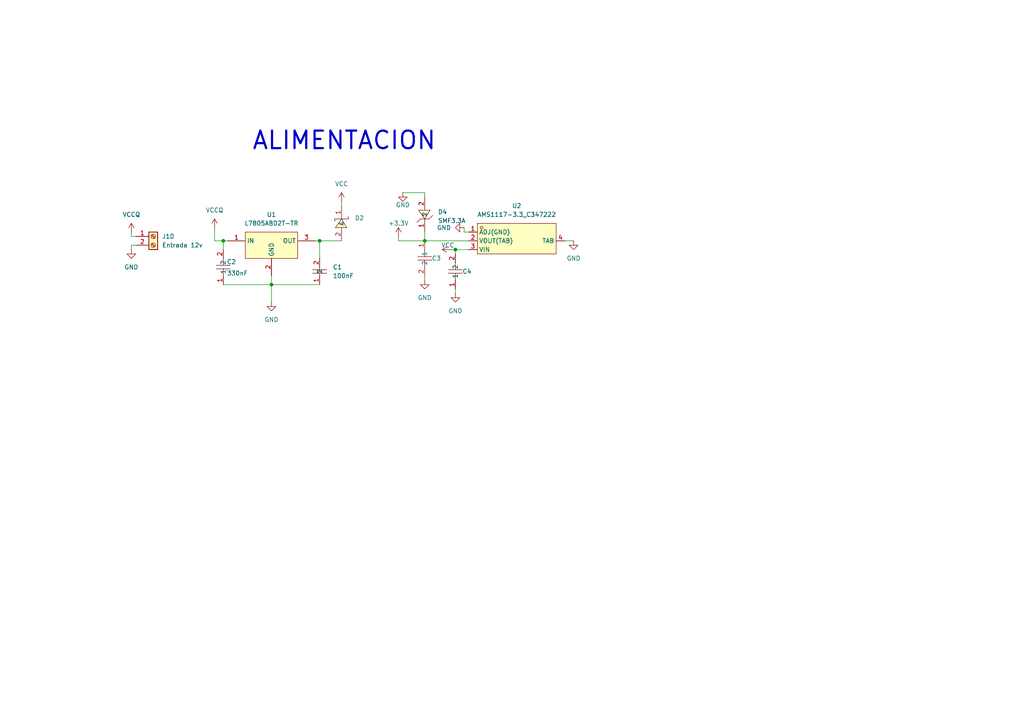
<source format=kicad_sch>
(kicad_sch (version 20250114) (generator "eeschema") (generator_version "9.0")
  (paper "A4")
  (lib_symbols
    (symbol "Connector:Screw_Terminal_01x02" (pin_names (offset 1.016) (hide yes))
      (property "Reference" "J" (at 0 2.54 0))
      (property "Value" "Screw_Terminal_01x02" (at 0 -5.08 0))
      (symbol "Screw_Terminal_01x02_1_1"
        (rectangle (start -1.27 1.27) (end 1.27 -3.81) (stroke (width 0.254)) (fill (type background)))
        (polyline (pts (xy -0.5334 0.3302) (xy 0.3302 -0.508)) (stroke (width 0.1524)))
        (polyline (pts (xy -0.5334 -2.2098) (xy 0.3302 -3.048)) (stroke (width 0.1524)))
        (polyline (pts (xy -0.3556 0.508) (xy 0.508 -0.3302)) (stroke (width 0.1524)))
        (polyline (pts (xy -0.3556 -2.032) (xy 0.508 -2.8702)) (stroke (width 0.1524)))
        (circle (center 0 0) (radius 0.635) (stroke (width 0.1524)))
        (circle (center 0 -2.54) (radius 0.635) (stroke (width 0.1524)))
        (pin passive line (at -5.08 0 0) (length 3.81) (name "Pin_1") (number "1"))
        (pin passive line (at -5.08 -2.54 0) (length 3.81) (name "Pin_2") (number "2"))
      )
    )
    (symbol "easyeda2kicad:12065C334KAT2A"
      (property "Reference" "C" (at 0 5.08 0))
      (property "Value" "12065C334KAT2A" (at 0 -5.08 0))
      (symbol "12065C334KAT2A_0_1"
        (polyline (pts (xy -0.51 0) (xy -2.54 0)))
        (polyline (pts (xy -0.51 -2.03) (xy -0.51 2.03)))
        (polyline (pts (xy 0.51 2.03) (xy 0.51 -2.03)))
        (polyline (pts (xy 2.54 0) (xy 0.51 0)))
        (pin unspecified line (at -5.08 0 0) (length 2.54) (name "1") (number "1"))
        (pin unspecified line (at 5.08 0 180) (length 2.54) (name "2") (number "2"))
      )
    )
    (symbol "easyeda2kicad:AMS1117-3.3_C347222"
      (property "Reference" "U" (at 0 7.62 0))
      (property "Value" "AMS1117-3.3_C347222" (at 0 -7.62 0))
      (symbol "AMS1117-3.3_C347222_0_1"
        (rectangle (start -12.7 5.08) (end 10.16 -3.81) (fill (type background)))
        (circle (center -11.43 3.81) (radius 0.38))
        (pin unspecified line (at -15.24 2.54 0) (length 2.54) (name "ADJ(GND)") (number "1"))
        (pin unspecified line (at -15.24 0 0) (length 2.54) (name "VOUT(TAB)") (number "2"))
        (pin unspecified line (at -15.24 -2.54 0) (length 2.54) (name "VIN") (number "3"))
        (pin unspecified line (at 12.7 0 180) (length 2.54) (name "TAB") (number "4"))
      )
    )
    (symbol "easyeda2kicad:CL31A106KBHNNNE"
      (property "Reference" "C" (at 0 5.08 0))
      (property "Value" "CL31A106KBHNNNE" (at 0 -5.08 0))
      (symbol "CL31A106KBHNNNE_0_1"
        (polyline (pts (xy -1.27 0) (xy -0.51 0)))
        (polyline (pts (xy -0.51 2.03) (xy -0.51 -2.03)))
        (polyline (pts (xy 0.51 2.03) (xy 0.51 -2.03)))
        (polyline (pts (xy 0.51 0) (xy 1.27 0)))
        (pin input line (at -3.81 0 0) (length 2.54) (name "1") (number "1"))
        (pin input line (at 3.81 0 180) (length 2.54) (name "2") (number "2"))
      )
    )
    (symbol "easyeda2kicad:CS3216X5R106K500NRI"
      (property "Reference" "C" (at 0 5.08 0))
      (property "Value" "CS3216X5R106K500NRI" (at 0 -5.08 0))
      (symbol "CS3216X5R106K500NRI_0_1"
        (polyline (pts (xy -0.51 0) (xy -2.54 0)))
        (polyline (pts (xy -0.51 -2.03) (xy -0.51 2.03)))
        (polyline (pts (xy 0.51 2.03) (xy 0.51 -2.03)))
        (polyline (pts (xy 2.54 0) (xy 0.51 0)))
        (pin unspecified line (at -5.08 0 0) (length 2.54) (name "1") (number "1"))
        (pin unspecified line (at 5.08 0 180) (length 2.54) (name "2") (number "2"))
      )
    )
    (symbol "easyeda2kicad:CS3216X5R226K160NRI"
      (property "Reference" "C" (at 0 5.08 0))
      (property "Value" "CS3216X5R226K160NRI" (at 0 -5.08 0))
      (symbol "CS3216X5R226K160NRI_0_1"
        (polyline (pts (xy -0.51 0) (xy -2.54 0)))
        (polyline (pts (xy -0.51 -2.03) (xy -0.51 2.03)))
        (polyline (pts (xy 0.51 2.03) (xy 0.51 -2.03)))
        (polyline (pts (xy 2.54 0) (xy 0.51 0)))
        (pin unspecified line (at -5.08 0 0) (length 2.54) (name "1") (number "1"))
        (pin unspecified line (at 5.08 0 180) (length 2.54) (name "2") (number "2"))
      )
    )
    (symbol "easyeda2kicad:L7805ABD2T-TR"
      (property "Reference" "U" (at 0 8.89 0))
      (property "Value" "L7805ABD2T-TR" (at 0 -11.43 0))
      (symbol "L7805ABD2T-TR_0_1"
        (rectangle (start -7.62 6.35) (end 7.62 -1.27) (fill (type background)))
        (pin power_in line (at -12.7 3.81 0) (length 5.08) (name "IN") (number "1"))
        (pin power_in line (at 0 -6.35 90) (length 5.08) (name "GND") (number "2"))
        (pin power_in line (at 12.7 3.81 180) (length 5.08) (name "OUT") (number "3"))
      )
    )
    (symbol "easyeda2kicad:SMF3.3A"
      (property "Reference" "D" (at 0 5.08 0))
      (property "Value" "SMF3.3A" (at 0 -5.08 0))
      (symbol "SMF3.3A_0_1"
        (polyline (pts (xy -2.29 2.29) (xy -1.27 1.27) (xy -1.27 -1.27) (xy -0.25 -2.29)))
        (polyline (pts (xy 1.27 -1.52) (xy -1.27 0) (xy 1.27 1.78) (xy 1.27 -1.52)) (fill (type background)))
        (pin unspecified line (at -5.08 0 0) (length 3.81) (name "1") (number "1"))
        (pin unspecified line (at 5.08 0 180) (length 3.81) (name "2") (number "2"))
      )
    )
    (symbol "easyeda2kicad:SS520_C466507"
      (property "Reference" "D" (at 0 5.08 0))
      (property "Value" "SS520_C466507" (at 0 -5.08 0))
      (symbol "SS520_C466507_0_1"
        (polyline (pts (xy -1.78 1.78) (xy -1.78 2.03) (xy -1.27 2.03) (xy -1.27 -2.03) (xy -0.76 -2.03) (xy -0.76 -1.78)))
        (polyline (pts (xy 1.27 1.52) (xy -1.27 0) (xy 1.27 -1.78) (xy 1.27 1.52)) (fill (type background)))
        (pin unspecified line (at -5.08 0 0) (length 3.81) (name "C") (number "1"))
        (pin unspecified line (at 5.08 0 180) (length 3.81) (name "A") (number "2"))
      )
    )
    (symbol "power:+3.3V" (power) (pin_numbers (hide yes)) (pin_names (offset 0) (hide yes))
      (property "Value" "+3.3V" (at 0 3.556 0))
      (symbol "+3.3V_0_1"
        (polyline (pts (xy -0.762 1.27) (xy 0 2.54)))
        (polyline (pts (xy 0 2.54) (xy 0.762 1.27)))
        (polyline (pts (xy 0 0) (xy 0 2.54)))
      )
      (symbol "+3.3V_1_1"
        (pin power_in line (at 0 0 90) (length 0) (name "~") (number "1"))
      )
    )
    (symbol "power:GND" (power) (pin_numbers (hide yes)) (pin_names (offset 0) (hide yes))
      (property "Value" "GND" (at 0 -3.81 0))
      (symbol "GND_0_1"
        (polyline (pts (xy 0 0) (xy 0 -1.27) (xy 1.27 -1.27) (xy 0 -2.54) (xy -1.27 -1.27) (xy 0 -1.27)))
      )
      (symbol "GND_1_1"
        (pin power_in line (at 0 0 270) (length 0) (name "~") (number "1"))
      )
    )
    (symbol "power:VCC" (power) (pin_numbers (hide yes)) (pin_names (offset 0) (hide yes))
      (property "Value" "VCC" (at 0 3.556 0))
      (symbol "VCC_0_1"
        (polyline (pts (xy -0.762 1.27) (xy 0 2.54)))
        (polyline (pts (xy 0 2.54) (xy 0.762 1.27)))
        (polyline (pts (xy 0 0) (xy 0 2.54)))
      )
      (symbol "VCC_1_1"
        (pin power_in line (at 0 0 90) (length 0) (name "~") (number "1"))
      )
    )
    (symbol "power:VCCQ" (power) (pin_numbers (hide yes)) (pin_names (offset 0) (hide yes))
      (property "Value" "VCCQ" (at 0 3.556 0))
      (symbol "VCCQ_0_1"
        (polyline (pts (xy -0.762 1.27) (xy 0 2.54)))
        (polyline (pts (xy 0 2.54) (xy 0.762 1.27)))
        (polyline (pts (xy 0 0) (xy 0 2.54)))
      )
      (symbol "VCCQ_1_1"
        (pin power_in line (at 0 0 90) (length 0) (name "~") (number "1"))
      )
    )
  )
  (text "ALIMENTACION\n" (at 99.822 40.894 0) (effects (font (size 5.08 5.08) (thickness 0.635))))
  (junction (at 92.71 69.85))
  (junction (at 123.19 69.85))
  (junction (at 78.74 82.55))
  (junction (at 132.08 72.39))
  (junction (at 64.77 69.85))
  (wire (pts (xy 132.08 72.39) (xy 132.08 73.66)))
  (wire (pts (xy 62.23 66.04) (xy 62.23 69.85)))
  (wire (pts (xy 38.1 68.58) (xy 38.1 67.31)))
  (wire (pts (xy 123.19 80.01) (xy 123.19 81.28)))
  (wire (pts (xy 78.74 80.01) (xy 78.74 82.55)))
  (wire (pts (xy 38.1 71.12) (xy 38.1 72.39)))
  (wire (pts (xy 115.57 68.58) (xy 115.57 69.85)))
  (wire (pts (xy 92.71 69.85) (xy 99.06 69.85)))
  (wire (pts (xy 39.37 68.58) (xy 38.1 68.58)))
  (wire (pts (xy 99.06 58.42) (xy 99.06 59.69)))
  (wire (pts (xy 78.74 82.55) (xy 92.71 82.55)))
  (wire (pts (xy 123.19 55.88) (xy 123.19 57.15)))
  (wire (pts (xy 132.08 72.39) (xy 135.89 72.39)))
  (wire (pts (xy 163.83 69.85) (xy 166.37 69.85)))
  (wire (pts (xy 92.71 69.85) (xy 92.71 74.93)))
  (wire (pts (xy 38.1 71.12) (xy 39.37 71.12)))
  (wire (pts (xy 91.44 69.85) (xy 92.71 69.85)))
  (wire (pts (xy 64.77 82.55) (xy 78.74 82.55)))
  (wire (pts (xy 130.81 72.39) (xy 132.08 72.39)))
  (wire (pts (xy 134.62 67.31) (xy 135.89 67.31)))
  (wire (pts (xy 115.57 69.85) (xy 123.19 69.85)))
  (wire (pts (xy 78.74 82.55) (xy 78.74 87.63)))
  (wire (pts (xy 123.19 55.88) (xy 116.84 55.88)))
  (wire (pts (xy 66.04 69.85) (xy 64.77 69.85)))
  (wire (pts (xy 64.77 69.85) (xy 64.77 72.39)))
  (wire (pts (xy 134.62 67.31) (xy 134.62 66.04)))
  (wire (pts (xy 64.77 69.85) (xy 62.23 69.85)))
  (wire (pts (xy 132.08 83.82) (xy 132.08 85.09)))
  (wire (pts (xy 123.19 69.85) (xy 135.89 69.85)))
  (wire (pts (xy 123.19 67.31) (xy 123.19 69.85)))
  (symbol (lib_id "easyeda2kicad:SS520_C466507") (at 99.06 64.77 270) (unit 1)
    (property "Reference" "D2" (at 102.8968 63.2449 90) (effects (justify left)))
    (property "Value" "SS520_C466507" (effects (hide yes)))
    (property "Footprint" "easyeda2kicad:SMA_L4.4-W2.8-LS5.4-RD" (effects (hide yes)))
    (property "Datasheet" "https://lcsc.com/product-detail/Schottky-Barrier-Diodes-SBD_High-Diode-SS520_C466507.html" (effects (hide yes)))
    (property "LCSC Part" "C466507" (effects (hide yes)))
  )
  (symbol (lib_id "easyeda2kicad:12065C334KAT2A") (at 64.77 77.47 90) (unit 1)
    (property "Reference" "C2" (at 65.786 75.946 90) (effects (justify right)))
    (property "Value" "330nF" (at 65.786 79.248 90) (effects (justify right)))
    (property "Footprint" "easyeda2kicad:C1206" (effects (hide yes)))
    (property "LCSC Part" "C192444" (effects (hide yes)))
  )
  (symbol (lib_id "easyeda2kicad:CL31A106KBHNNNE") (at 92.71 78.74 90) (unit 1)
    (property "Reference" "C1" (at 96.52 77.4699 90) (effects (justify right)))
    (property "Value" "100nF" (at 96.52 80.0099 90) (effects (justify right)))
    (property "Footprint" "easyeda2kicad:C1206" (effects (hide yes)))
    (property "Datasheet" "https://lcsc.com/product-detail/Multilayer-Ceramic-Capacitors-MLCC-SMD-SMT_SAMSUNG_CL31A106KBHNNNE_10uF-106-10-50V_C13585.html" (effects (hide yes)))
    (property "LCSC Part" "C13585" (effects (hide yes)))
  )
  (symbol (lib_id "power:VCCQ") (at 38.1 67.31 0) (unit 1)
    (property "Reference" "#PWR016" (effects (hide yes)))
    (property "Value" "VCCQ" (at 38.1 62.23 0))
    (property "Description" "Power symbol creates a global label with name \"VCCQ\"" (effects (hide yes)))
  )
  (symbol (lib_id "easyeda2kicad:AMS1117-3.3_C347222") (at 151.13 69.85 0) (unit 1)
    (property "Reference" "U2" (at 149.86 59.69 0))
    (property "Value" "AMS1117-3.3_C347222" (at 149.86 62.23 0))
    (property "Footprint" "easyeda2kicad:SOT-223-4_L6.5-W3.5-P2.30-LS7.0-BR" (effects (hide yes)))
    (property "Datasheet" "https://lcsc.com/product-detail/Others_Youtai-Semiconductor-Co-Ltd-AMS1117-3-3_C347222.html" (effects (hide yes)))
    (property "LCSC Part" "C347222" (effects (hide yes)))
  )
  (symbol (lib_id "power:VCC") (at 130.81 72.39 90) (unit 1)
    (property "Reference" "#PWR020" (effects (hide yes)))
    (property "Value" "VCC" (at 131.826 71.12 90) (effects (justify left)))
    (property "Description" "Power symbol creates a global label with name \"VCC\"" (effects (hide yes)))
  )
  (symbol (lib_id "easyeda2kicad:CS3216X5R226K160NRI") (at 123.19 74.93 270) (unit 1)
    (property "Reference" "C3" (at 125.222 74.93 90) (effects (justify left)))
    (property "Value" "CS3216X5R226K160NRI" (effects (hide yes)))
    (property "Footprint" "easyeda2kicad:C1206" (effects (hide yes)))
    (property "Datasheet" "https://lcsc.com/product-detail/Multilayer-Ceramic-Capacitors-MLCC-SMD-SMT_Samwha-Capacitor-CS3216X5R226K160NRI_C513771.html" (effects (hide yes)))
    (property "LCSC Part" "C513771" (effects (hide yes)))
  )
  (symbol (lib_id "easyeda2kicad:L7805ABD2T-TR") (at 78.74 73.66 0) (unit 1)
    (property "Reference" "U1" (at 78.74 62.23 0))
    (property "Value" "L7805ABD2T-TR" (at 78.74 64.77 0))
    (property "Footprint" "easyeda2kicad:TO-263-2_L10.0-W9.2-P5.08-LS15.3-TL-CW" (effects (hide yes)))
    (property "Datasheet" "https://lcsc.com/product-detail/Linear-Voltage-Regulators_STMicroelectronics_L7805ABD2T-TR_L7805ABD2T-TR_C86206.html" (effects (hide yes)))
    (property "LCSC Part" "C86206" (effects (hide yes)))
  )
  (symbol (lib_id "power:GND") (at 134.62 66.04 270) (unit 1)
    (property "Reference" "#PWR022" (effects (hide yes)))
    (property "Value" "GND" (at 130.81 66.0399 90) (effects (justify right)))
    (property "Description" "Power symbol creates a global label with name \"GND\" , ground" (effects (hide yes)))
  )
  (symbol (lib_id "power:GND") (at 38.1 72.39 0) (unit 1)
    (property "Reference" "#PWR015" (effects (hide yes)))
    (property "Value" "GND" (at 38.1 77.47 0))
    (property "Description" "Power symbol creates a global label with name \"GND\" , ground" (effects (hide yes)))
  )
  (symbol (lib_id "easyeda2kicad:SMF3.3A") (at 123.19 62.23 90) (unit 1)
    (property "Reference" "D4" (at 127 61.4699 90) (effects (justify right)))
    (property "Value" "SMF3.3A" (at 127 64.0099 90) (effects (justify right)))
    (property "Footprint" "easyeda2kicad:SOD-123_L2.8-W1.8-LS3.7-RD" (effects (hide yes)))
    (property "Datasheet" "https://lcsc.com/product-detail/TVS_DOWO-SMF3-3A_C283866.html" (effects (hide yes)))
    (property "LCSC Part" "C283866" (effects (hide yes)))
  )
  (symbol (lib_id "power:GND") (at 116.84 55.88 0) (unit 1)
    (property "Reference" "#PWR052" (effects (hide yes)))
    (property "Value" "GND" (at 116.84 59.436 0))
    (property "Description" "Power symbol creates a global label with name \"GND\" , ground" (effects (hide yes)))
  )
  (symbol (lib_id "Connector:Screw_Terminal_01x02") (at 44.45 68.58 0) (unit 1)
    (property "Reference" "J10" (at 46.99 68.5799 0) (effects (justify left)))
    (property "Value" "Entrada 12v" (at 46.99 71.1199 0) (effects (justify left)))
    (property "Footprint" "easyeda2kicad:CONN-TH_2P-P5.00_CPC3703CTR" (effects (hide yes)))
    (property "Description" "Generic screw terminal, single row, 01x02, script generated (kicad-library-utils/schlib/autogen/connector/)" (effects (hide yes)))
    (property "LCSC Part" "C3703" (effects (hide yes)))
  )
  (symbol (lib_id "power:VCC") (at 99.06 58.42 0) (unit 1)
    (property "Reference" "#PWR01" (effects (hide yes)))
    (property "Value" "VCC" (at 99.06 53.34 0))
    (property "Description" "Power symbol creates a global label with name \"VCC\"" (effects (hide yes)))
  )
  (symbol (lib_id "power:VCCQ") (at 62.23 66.04 0) (unit 1)
    (property "Reference" "#PWR02" (effects (hide yes)))
    (property "Value" "VCCQ" (at 62.23 60.96 0))
    (property "Description" "Power symbol creates a global label with name \"VCCQ\"" (effects (hide yes)))
  )
  (symbol (lib_id "power:GND") (at 132.08 85.09 0) (unit 1)
    (property "Reference" "#PWR041" (effects (hide yes)))
    (property "Value" "GND" (at 132.08 90.17 0))
    (property "Description" "Power symbol creates a global label with name \"GND\" , ground" (effects (hide yes)))
  )
  (symbol (lib_id "power:GND") (at 123.19 81.28 0) (unit 1)
    (property "Reference" "#PWR040" (effects (hide yes)))
    (property "Value" "GND" (at 123.19 86.36 0))
    (property "Description" "Power symbol creates a global label with name \"GND\" , ground" (effects (hide yes)))
  )
  (symbol (lib_id "power:+3.3V") (at 115.57 68.58 0) (unit 1)
    (property "Reference" "#PWR047" (effects (hide yes)))
    (property "Value" "+3.3V" (at 115.57 64.77 0))
    (property "Description" "Power symbol creates a global label with name \"+3.3V\"" (effects (hide yes)))
  )
  (symbol (lib_id "power:GND") (at 78.74 87.63 0) (unit 1)
    (property "Reference" "#PWR09" (effects (hide yes)))
    (property "Value" "GND" (at 78.74 92.71 0))
    (property "Description" "Power symbol creates a global label with name \"GND\" , ground" (effects (hide yes)))
  )
  (symbol (lib_id "easyeda2kicad:CS3216X5R106K500NRI") (at 132.08 78.74 90) (unit 1)
    (property "Reference" "C4" (at 134.112 78.74 90) (effects (justify right)))
    (property "Value" "CS3216X5R106K500NRI" (effects (hide yes)))
    (property "Footprint" "easyeda2kicad:C1206" (effects (hide yes)))
    (property "Datasheet" "https://lcsc.com/product-detail/Multilayer-Ceramic-Capacitors-MLCC-SMD-SMT_Samwha-Capacitor-CS3216X5R106K500NRI_C513774.html" (effects (hide yes)))
    (property "LCSC Part" "C513774" (effects (hide yes)))
  )
  (symbol (lib_id "power:GND") (at 166.37 69.85 0) (unit 1)
    (property "Reference" "#PWR021" (effects (hide yes)))
    (property "Value" "GND" (at 166.37 74.93 0))
    (property "Description" "Power symbol creates a global label with name \"GND\" , ground" (effects (hide yes)))
  )
)
</source>
